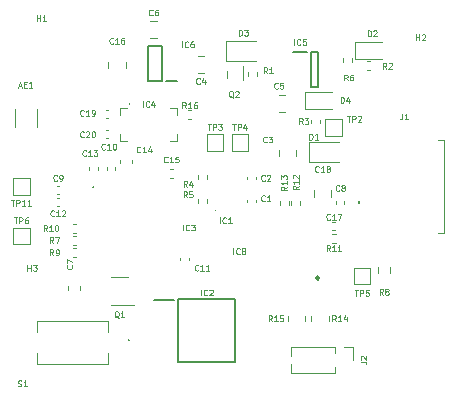
<source format=gbr>
%TF.GenerationSoftware,KiCad,Pcbnew,(6.0.0)*%
%TF.CreationDate,2022-03-24T17:20:39+00:00*%
%TF.ProjectId,Tracer,54726163-6572-42e6-9b69-6361645f7063,B*%
%TF.SameCoordinates,Original*%
%TF.FileFunction,Legend,Top*%
%TF.FilePolarity,Positive*%
%FSLAX46Y46*%
G04 Gerber Fmt 4.6, Leading zero omitted, Abs format (unit mm)*
G04 Created by KiCad (PCBNEW (6.0.0)) date 2022-03-24 17:20:39*
%MOMM*%
%LPD*%
G01*
G04 APERTURE LIST*
%ADD10C,0.035000*%
%ADD11C,0.120000*%
%ADD12C,0.200000*%
%ADD13C,0.027000*%
%ADD14C,0.100000*%
%ADD15C,0.250000*%
G04 APERTURE END LIST*
D10*
%TO.C,C15*%
X142478571Y-94118571D02*
X142454761Y-94142380D01*
X142383333Y-94166190D01*
X142335714Y-94166190D01*
X142264285Y-94142380D01*
X142216666Y-94094761D01*
X142192857Y-94047142D01*
X142169047Y-93951904D01*
X142169047Y-93880476D01*
X142192857Y-93785238D01*
X142216666Y-93737619D01*
X142264285Y-93690000D01*
X142335714Y-93666190D01*
X142383333Y-93666190D01*
X142454761Y-93690000D01*
X142478571Y-93713809D01*
X142954761Y-94166190D02*
X142669047Y-94166190D01*
X142811904Y-94166190D02*
X142811904Y-93666190D01*
X142764285Y-93737619D01*
X142716666Y-93785238D01*
X142669047Y-93809047D01*
X143407142Y-93666190D02*
X143169047Y-93666190D01*
X143145238Y-93904285D01*
X143169047Y-93880476D01*
X143216666Y-93856666D01*
X143335714Y-93856666D01*
X143383333Y-93880476D01*
X143407142Y-93904285D01*
X143430952Y-93951904D01*
X143430952Y-94070952D01*
X143407142Y-94118571D01*
X143383333Y-94142380D01*
X143335714Y-94166190D01*
X143216666Y-94166190D01*
X143169047Y-94142380D01*
X143145238Y-94118571D01*
%TO.C,R10*%
X132278571Y-99976190D02*
X132111904Y-99738095D01*
X131992857Y-99976190D02*
X131992857Y-99476190D01*
X132183333Y-99476190D01*
X132230952Y-99500000D01*
X132254761Y-99523809D01*
X132278571Y-99571428D01*
X132278571Y-99642857D01*
X132254761Y-99690476D01*
X132230952Y-99714285D01*
X132183333Y-99738095D01*
X131992857Y-99738095D01*
X132754761Y-99976190D02*
X132469047Y-99976190D01*
X132611904Y-99976190D02*
X132611904Y-99476190D01*
X132564285Y-99547619D01*
X132516666Y-99595238D01*
X132469047Y-99619047D01*
X133064285Y-99476190D02*
X133111904Y-99476190D01*
X133159523Y-99500000D01*
X133183333Y-99523809D01*
X133207142Y-99571428D01*
X133230952Y-99666666D01*
X133230952Y-99785714D01*
X133207142Y-99880952D01*
X133183333Y-99928571D01*
X133159523Y-99952380D01*
X133111904Y-99976190D01*
X133064285Y-99976190D01*
X133016666Y-99952380D01*
X132992857Y-99928571D01*
X132969047Y-99880952D01*
X132945238Y-99785714D01*
X132945238Y-99666666D01*
X132969047Y-99571428D01*
X132992857Y-99523809D01*
X133016666Y-99500000D01*
X133064285Y-99476190D01*
%TO.C,C1*%
X150716666Y-97398571D02*
X150692857Y-97422380D01*
X150621428Y-97446190D01*
X150573809Y-97446190D01*
X150502380Y-97422380D01*
X150454761Y-97374761D01*
X150430952Y-97327142D01*
X150407142Y-97231904D01*
X150407142Y-97160476D01*
X150430952Y-97065238D01*
X150454761Y-97017619D01*
X150502380Y-96970000D01*
X150573809Y-96946190D01*
X150621428Y-96946190D01*
X150692857Y-96970000D01*
X150716666Y-96993809D01*
X151192857Y-97446190D02*
X150907142Y-97446190D01*
X151050000Y-97446190D02*
X151050000Y-96946190D01*
X151002380Y-97017619D01*
X150954761Y-97065238D01*
X150907142Y-97089047D01*
%TO.C,C16*%
X137873571Y-84078571D02*
X137849761Y-84102380D01*
X137778333Y-84126190D01*
X137730714Y-84126190D01*
X137659285Y-84102380D01*
X137611666Y-84054761D01*
X137587857Y-84007142D01*
X137564047Y-83911904D01*
X137564047Y-83840476D01*
X137587857Y-83745238D01*
X137611666Y-83697619D01*
X137659285Y-83650000D01*
X137730714Y-83626190D01*
X137778333Y-83626190D01*
X137849761Y-83650000D01*
X137873571Y-83673809D01*
X138349761Y-84126190D02*
X138064047Y-84126190D01*
X138206904Y-84126190D02*
X138206904Y-83626190D01*
X138159285Y-83697619D01*
X138111666Y-83745238D01*
X138064047Y-83769047D01*
X138778333Y-83626190D02*
X138683095Y-83626190D01*
X138635476Y-83650000D01*
X138611666Y-83673809D01*
X138564047Y-83745238D01*
X138540238Y-83840476D01*
X138540238Y-84030952D01*
X138564047Y-84078571D01*
X138587857Y-84102380D01*
X138635476Y-84126190D01*
X138730714Y-84126190D01*
X138778333Y-84102380D01*
X138802142Y-84078571D01*
X138825952Y-84030952D01*
X138825952Y-83911904D01*
X138802142Y-83864285D01*
X138778333Y-83840476D01*
X138730714Y-83816666D01*
X138635476Y-83816666D01*
X138587857Y-83840476D01*
X138564047Y-83864285D01*
X138540238Y-83911904D01*
%TO.C,R15*%
X151328571Y-107626190D02*
X151161904Y-107388095D01*
X151042857Y-107626190D02*
X151042857Y-107126190D01*
X151233333Y-107126190D01*
X151280952Y-107150000D01*
X151304761Y-107173809D01*
X151328571Y-107221428D01*
X151328571Y-107292857D01*
X151304761Y-107340476D01*
X151280952Y-107364285D01*
X151233333Y-107388095D01*
X151042857Y-107388095D01*
X151804761Y-107626190D02*
X151519047Y-107626190D01*
X151661904Y-107626190D02*
X151661904Y-107126190D01*
X151614285Y-107197619D01*
X151566666Y-107245238D01*
X151519047Y-107269047D01*
X152257142Y-107126190D02*
X152019047Y-107126190D01*
X151995238Y-107364285D01*
X152019047Y-107340476D01*
X152066666Y-107316666D01*
X152185714Y-107316666D01*
X152233333Y-107340476D01*
X152257142Y-107364285D01*
X152280952Y-107411904D01*
X152280952Y-107530952D01*
X152257142Y-107578571D01*
X152233333Y-107602380D01*
X152185714Y-107626190D01*
X152066666Y-107626190D01*
X152019047Y-107602380D01*
X151995238Y-107578571D01*
%TO.C,C5*%
X151816666Y-87878571D02*
X151792857Y-87902380D01*
X151721428Y-87926190D01*
X151673809Y-87926190D01*
X151602380Y-87902380D01*
X151554761Y-87854761D01*
X151530952Y-87807142D01*
X151507142Y-87711904D01*
X151507142Y-87640476D01*
X151530952Y-87545238D01*
X151554761Y-87497619D01*
X151602380Y-87450000D01*
X151673809Y-87426190D01*
X151721428Y-87426190D01*
X151792857Y-87450000D01*
X151816666Y-87473809D01*
X152269047Y-87426190D02*
X152030952Y-87426190D01*
X152007142Y-87664285D01*
X152030952Y-87640476D01*
X152078571Y-87616666D01*
X152197619Y-87616666D01*
X152245238Y-87640476D01*
X152269047Y-87664285D01*
X152292857Y-87711904D01*
X152292857Y-87830952D01*
X152269047Y-87878571D01*
X152245238Y-87902380D01*
X152197619Y-87926190D01*
X152078571Y-87926190D01*
X152030952Y-87902380D01*
X152007142Y-87878571D01*
%TO.C,D1*%
X154480952Y-92226190D02*
X154480952Y-91726190D01*
X154600000Y-91726190D01*
X154671428Y-91750000D01*
X154719047Y-91797619D01*
X154742857Y-91845238D01*
X154766666Y-91940476D01*
X154766666Y-92011904D01*
X154742857Y-92107142D01*
X154719047Y-92154761D01*
X154671428Y-92202380D01*
X154600000Y-92226190D01*
X154480952Y-92226190D01*
X155242857Y-92226190D02*
X154957142Y-92226190D01*
X155100000Y-92226190D02*
X155100000Y-91726190D01*
X155052380Y-91797619D01*
X155004761Y-91845238D01*
X154957142Y-91869047D01*
%TO.C,Q2*%
X148052380Y-88673809D02*
X148004761Y-88650000D01*
X147957142Y-88602380D01*
X147885714Y-88530952D01*
X147838095Y-88507142D01*
X147790476Y-88507142D01*
X147814285Y-88626190D02*
X147766666Y-88602380D01*
X147719047Y-88554761D01*
X147695238Y-88459523D01*
X147695238Y-88292857D01*
X147719047Y-88197619D01*
X147766666Y-88150000D01*
X147814285Y-88126190D01*
X147909523Y-88126190D01*
X147957142Y-88150000D01*
X148004761Y-88197619D01*
X148028571Y-88292857D01*
X148028571Y-88459523D01*
X148004761Y-88554761D01*
X147957142Y-88602380D01*
X147909523Y-88626190D01*
X147814285Y-88626190D01*
X148219047Y-88173809D02*
X148242857Y-88150000D01*
X148290476Y-88126190D01*
X148409523Y-88126190D01*
X148457142Y-88150000D01*
X148480952Y-88173809D01*
X148504761Y-88221428D01*
X148504761Y-88269047D01*
X148480952Y-88340476D01*
X148195238Y-88626190D01*
X148504761Y-88626190D01*
%TO.C,R7*%
X132816666Y-100976190D02*
X132650000Y-100738095D01*
X132530952Y-100976190D02*
X132530952Y-100476190D01*
X132721428Y-100476190D01*
X132769047Y-100500000D01*
X132792857Y-100523809D01*
X132816666Y-100571428D01*
X132816666Y-100642857D01*
X132792857Y-100690476D01*
X132769047Y-100714285D01*
X132721428Y-100738095D01*
X132530952Y-100738095D01*
X132983333Y-100476190D02*
X133316666Y-100476190D01*
X133102380Y-100976190D01*
%TO.C,C3*%
X150866666Y-92428571D02*
X150842857Y-92452380D01*
X150771428Y-92476190D01*
X150723809Y-92476190D01*
X150652380Y-92452380D01*
X150604761Y-92404761D01*
X150580952Y-92357142D01*
X150557142Y-92261904D01*
X150557142Y-92190476D01*
X150580952Y-92095238D01*
X150604761Y-92047619D01*
X150652380Y-92000000D01*
X150723809Y-91976190D01*
X150771428Y-91976190D01*
X150842857Y-92000000D01*
X150866666Y-92023809D01*
X151033333Y-91976190D02*
X151342857Y-91976190D01*
X151176190Y-92166666D01*
X151247619Y-92166666D01*
X151295238Y-92190476D01*
X151319047Y-92214285D01*
X151342857Y-92261904D01*
X151342857Y-92380952D01*
X151319047Y-92428571D01*
X151295238Y-92452380D01*
X151247619Y-92476190D01*
X151104761Y-92476190D01*
X151057142Y-92452380D01*
X151033333Y-92428571D01*
%TO.C,H3*%
X130619047Y-103326190D02*
X130619047Y-102826190D01*
X130619047Y-103064285D02*
X130904761Y-103064285D01*
X130904761Y-103326190D02*
X130904761Y-102826190D01*
X131095238Y-102826190D02*
X131404761Y-102826190D01*
X131238095Y-103016666D01*
X131309523Y-103016666D01*
X131357142Y-103040476D01*
X131380952Y-103064285D01*
X131404761Y-103111904D01*
X131404761Y-103230952D01*
X131380952Y-103278571D01*
X131357142Y-103302380D01*
X131309523Y-103326190D01*
X131166666Y-103326190D01*
X131119047Y-103302380D01*
X131095238Y-103278571D01*
%TO.C,C6*%
X141211666Y-81678571D02*
X141187857Y-81702380D01*
X141116428Y-81726190D01*
X141068809Y-81726190D01*
X140997380Y-81702380D01*
X140949761Y-81654761D01*
X140925952Y-81607142D01*
X140902142Y-81511904D01*
X140902142Y-81440476D01*
X140925952Y-81345238D01*
X140949761Y-81297619D01*
X140997380Y-81250000D01*
X141068809Y-81226190D01*
X141116428Y-81226190D01*
X141187857Y-81250000D01*
X141211666Y-81273809D01*
X141640238Y-81226190D02*
X141545000Y-81226190D01*
X141497380Y-81250000D01*
X141473571Y-81273809D01*
X141425952Y-81345238D01*
X141402142Y-81440476D01*
X141402142Y-81630952D01*
X141425952Y-81678571D01*
X141449761Y-81702380D01*
X141497380Y-81726190D01*
X141592619Y-81726190D01*
X141640238Y-81702380D01*
X141664047Y-81678571D01*
X141687857Y-81630952D01*
X141687857Y-81511904D01*
X141664047Y-81464285D01*
X141640238Y-81440476D01*
X141592619Y-81416666D01*
X141497380Y-81416666D01*
X141449761Y-81440476D01*
X141425952Y-81464285D01*
X141402142Y-81511904D01*
%TO.C,C14*%
X140178571Y-93278571D02*
X140154761Y-93302380D01*
X140083333Y-93326190D01*
X140035714Y-93326190D01*
X139964285Y-93302380D01*
X139916666Y-93254761D01*
X139892857Y-93207142D01*
X139869047Y-93111904D01*
X139869047Y-93040476D01*
X139892857Y-92945238D01*
X139916666Y-92897619D01*
X139964285Y-92850000D01*
X140035714Y-92826190D01*
X140083333Y-92826190D01*
X140154761Y-92850000D01*
X140178571Y-92873809D01*
X140654761Y-93326190D02*
X140369047Y-93326190D01*
X140511904Y-93326190D02*
X140511904Y-92826190D01*
X140464285Y-92897619D01*
X140416666Y-92945238D01*
X140369047Y-92969047D01*
X141083333Y-92992857D02*
X141083333Y-93326190D01*
X140964285Y-92802380D02*
X140845238Y-93159523D01*
X141154761Y-93159523D01*
%TO.C,IC4*%
X140406904Y-89476190D02*
X140406904Y-88976190D01*
X140930714Y-89428571D02*
X140906904Y-89452380D01*
X140835476Y-89476190D01*
X140787857Y-89476190D01*
X140716428Y-89452380D01*
X140668809Y-89404761D01*
X140645000Y-89357142D01*
X140621190Y-89261904D01*
X140621190Y-89190476D01*
X140645000Y-89095238D01*
X140668809Y-89047619D01*
X140716428Y-89000000D01*
X140787857Y-88976190D01*
X140835476Y-88976190D01*
X140906904Y-89000000D01*
X140930714Y-89023809D01*
X141359285Y-89142857D02*
X141359285Y-89476190D01*
X141240238Y-88952380D02*
X141121190Y-89309523D01*
X141430714Y-89309523D01*
%TO.C,R12*%
X153576190Y-96171428D02*
X153338095Y-96338095D01*
X153576190Y-96457142D02*
X153076190Y-96457142D01*
X153076190Y-96266666D01*
X153100000Y-96219047D01*
X153123809Y-96195238D01*
X153171428Y-96171428D01*
X153242857Y-96171428D01*
X153290476Y-96195238D01*
X153314285Y-96219047D01*
X153338095Y-96266666D01*
X153338095Y-96457142D01*
X153576190Y-95695238D02*
X153576190Y-95980952D01*
X153576190Y-95838095D02*
X153076190Y-95838095D01*
X153147619Y-95885714D01*
X153195238Y-95933333D01*
X153219047Y-95980952D01*
X153123809Y-95504761D02*
X153100000Y-95480952D01*
X153076190Y-95433333D01*
X153076190Y-95314285D01*
X153100000Y-95266666D01*
X153123809Y-95242857D01*
X153171428Y-95219047D01*
X153219047Y-95219047D01*
X153290476Y-95242857D01*
X153576190Y-95528571D01*
X153576190Y-95219047D01*
%TO.C,IC1*%
X146911904Y-99326190D02*
X146911904Y-98826190D01*
X147435714Y-99278571D02*
X147411904Y-99302380D01*
X147340476Y-99326190D01*
X147292857Y-99326190D01*
X147221428Y-99302380D01*
X147173809Y-99254761D01*
X147150000Y-99207142D01*
X147126190Y-99111904D01*
X147126190Y-99040476D01*
X147150000Y-98945238D01*
X147173809Y-98897619D01*
X147221428Y-98850000D01*
X147292857Y-98826190D01*
X147340476Y-98826190D01*
X147411904Y-98850000D01*
X147435714Y-98873809D01*
X147911904Y-99326190D02*
X147626190Y-99326190D01*
X147769047Y-99326190D02*
X147769047Y-98826190D01*
X147721428Y-98897619D01*
X147673809Y-98945238D01*
X147626190Y-98969047D01*
%TO.C,J1*%
X162333333Y-90026190D02*
X162333333Y-90383333D01*
X162309523Y-90454761D01*
X162261904Y-90502380D01*
X162190476Y-90526190D01*
X162142857Y-90526190D01*
X162833333Y-90526190D02*
X162547619Y-90526190D01*
X162690476Y-90526190D02*
X162690476Y-90026190D01*
X162642857Y-90097619D01*
X162595238Y-90145238D01*
X162547619Y-90169047D01*
%TO.C,IC5*%
X153211904Y-84226190D02*
X153211904Y-83726190D01*
X153735714Y-84178571D02*
X153711904Y-84202380D01*
X153640476Y-84226190D01*
X153592857Y-84226190D01*
X153521428Y-84202380D01*
X153473809Y-84154761D01*
X153450000Y-84107142D01*
X153426190Y-84011904D01*
X153426190Y-83940476D01*
X153450000Y-83845238D01*
X153473809Y-83797619D01*
X153521428Y-83750000D01*
X153592857Y-83726190D01*
X153640476Y-83726190D01*
X153711904Y-83750000D01*
X153735714Y-83773809D01*
X154188095Y-83726190D02*
X153950000Y-83726190D01*
X153926190Y-83964285D01*
X153950000Y-83940476D01*
X153997619Y-83916666D01*
X154116666Y-83916666D01*
X154164285Y-83940476D01*
X154188095Y-83964285D01*
X154211904Y-84011904D01*
X154211904Y-84130952D01*
X154188095Y-84178571D01*
X154164285Y-84202380D01*
X154116666Y-84226190D01*
X153997619Y-84226190D01*
X153950000Y-84202380D01*
X153926190Y-84178571D01*
%TO.C,R16*%
X144028571Y-89576190D02*
X143861904Y-89338095D01*
X143742857Y-89576190D02*
X143742857Y-89076190D01*
X143933333Y-89076190D01*
X143980952Y-89100000D01*
X144004761Y-89123809D01*
X144028571Y-89171428D01*
X144028571Y-89242857D01*
X144004761Y-89290476D01*
X143980952Y-89314285D01*
X143933333Y-89338095D01*
X143742857Y-89338095D01*
X144504761Y-89576190D02*
X144219047Y-89576190D01*
X144361904Y-89576190D02*
X144361904Y-89076190D01*
X144314285Y-89147619D01*
X144266666Y-89195238D01*
X144219047Y-89219047D01*
X144933333Y-89076190D02*
X144838095Y-89076190D01*
X144790476Y-89100000D01*
X144766666Y-89123809D01*
X144719047Y-89195238D01*
X144695238Y-89290476D01*
X144695238Y-89480952D01*
X144719047Y-89528571D01*
X144742857Y-89552380D01*
X144790476Y-89576190D01*
X144885714Y-89576190D01*
X144933333Y-89552380D01*
X144957142Y-89528571D01*
X144980952Y-89480952D01*
X144980952Y-89361904D01*
X144957142Y-89314285D01*
X144933333Y-89290476D01*
X144885714Y-89266666D01*
X144790476Y-89266666D01*
X144742857Y-89290476D01*
X144719047Y-89314285D01*
X144695238Y-89361904D01*
%TO.C,R2*%
X161016666Y-86226190D02*
X160850000Y-85988095D01*
X160730952Y-86226190D02*
X160730952Y-85726190D01*
X160921428Y-85726190D01*
X160969047Y-85750000D01*
X160992857Y-85773809D01*
X161016666Y-85821428D01*
X161016666Y-85892857D01*
X160992857Y-85940476D01*
X160969047Y-85964285D01*
X160921428Y-85988095D01*
X160730952Y-85988095D01*
X161207142Y-85773809D02*
X161230952Y-85750000D01*
X161278571Y-85726190D01*
X161397619Y-85726190D01*
X161445238Y-85750000D01*
X161469047Y-85773809D01*
X161492857Y-85821428D01*
X161492857Y-85869047D01*
X161469047Y-85940476D01*
X161183333Y-86226190D01*
X161492857Y-86226190D01*
%TO.C,C10*%
X137178571Y-93028571D02*
X137154761Y-93052380D01*
X137083333Y-93076190D01*
X137035714Y-93076190D01*
X136964285Y-93052380D01*
X136916666Y-93004761D01*
X136892857Y-92957142D01*
X136869047Y-92861904D01*
X136869047Y-92790476D01*
X136892857Y-92695238D01*
X136916666Y-92647619D01*
X136964285Y-92600000D01*
X137035714Y-92576190D01*
X137083333Y-92576190D01*
X137154761Y-92600000D01*
X137178571Y-92623809D01*
X137654761Y-93076190D02*
X137369047Y-93076190D01*
X137511904Y-93076190D02*
X137511904Y-92576190D01*
X137464285Y-92647619D01*
X137416666Y-92695238D01*
X137369047Y-92719047D01*
X137964285Y-92576190D02*
X138011904Y-92576190D01*
X138059523Y-92600000D01*
X138083333Y-92623809D01*
X138107142Y-92671428D01*
X138130952Y-92766666D01*
X138130952Y-92885714D01*
X138107142Y-92980952D01*
X138083333Y-93028571D01*
X138059523Y-93052380D01*
X138011904Y-93076190D01*
X137964285Y-93076190D01*
X137916666Y-93052380D01*
X137892857Y-93028571D01*
X137869047Y-92980952D01*
X137845238Y-92885714D01*
X137845238Y-92766666D01*
X137869047Y-92671428D01*
X137892857Y-92623809D01*
X137916666Y-92600000D01*
X137964285Y-92576190D01*
%TO.C,TP3*%
X145869047Y-90926190D02*
X146154761Y-90926190D01*
X146011904Y-91426190D02*
X146011904Y-90926190D01*
X146321428Y-91426190D02*
X146321428Y-90926190D01*
X146511904Y-90926190D01*
X146559523Y-90950000D01*
X146583333Y-90973809D01*
X146607142Y-91021428D01*
X146607142Y-91092857D01*
X146583333Y-91140476D01*
X146559523Y-91164285D01*
X146511904Y-91188095D01*
X146321428Y-91188095D01*
X146773809Y-90926190D02*
X147083333Y-90926190D01*
X146916666Y-91116666D01*
X146988095Y-91116666D01*
X147035714Y-91140476D01*
X147059523Y-91164285D01*
X147083333Y-91211904D01*
X147083333Y-91330952D01*
X147059523Y-91378571D01*
X147035714Y-91402380D01*
X146988095Y-91426190D01*
X146845238Y-91426190D01*
X146797619Y-91402380D01*
X146773809Y-91378571D01*
%TO.C,C18*%
X155278571Y-94928571D02*
X155254761Y-94952380D01*
X155183333Y-94976190D01*
X155135714Y-94976190D01*
X155064285Y-94952380D01*
X155016666Y-94904761D01*
X154992857Y-94857142D01*
X154969047Y-94761904D01*
X154969047Y-94690476D01*
X154992857Y-94595238D01*
X155016666Y-94547619D01*
X155064285Y-94500000D01*
X155135714Y-94476190D01*
X155183333Y-94476190D01*
X155254761Y-94500000D01*
X155278571Y-94523809D01*
X155754761Y-94976190D02*
X155469047Y-94976190D01*
X155611904Y-94976190D02*
X155611904Y-94476190D01*
X155564285Y-94547619D01*
X155516666Y-94595238D01*
X155469047Y-94619047D01*
X156040476Y-94690476D02*
X155992857Y-94666666D01*
X155969047Y-94642857D01*
X155945238Y-94595238D01*
X155945238Y-94571428D01*
X155969047Y-94523809D01*
X155992857Y-94500000D01*
X156040476Y-94476190D01*
X156135714Y-94476190D01*
X156183333Y-94500000D01*
X156207142Y-94523809D01*
X156230952Y-94571428D01*
X156230952Y-94595238D01*
X156207142Y-94642857D01*
X156183333Y-94666666D01*
X156135714Y-94690476D01*
X156040476Y-94690476D01*
X155992857Y-94714285D01*
X155969047Y-94738095D01*
X155945238Y-94785714D01*
X155945238Y-94880952D01*
X155969047Y-94928571D01*
X155992857Y-94952380D01*
X156040476Y-94976190D01*
X156135714Y-94976190D01*
X156183333Y-94952380D01*
X156207142Y-94928571D01*
X156230952Y-94880952D01*
X156230952Y-94785714D01*
X156207142Y-94738095D01*
X156183333Y-94714285D01*
X156135714Y-94690476D01*
%TO.C,C13*%
X135578571Y-93578571D02*
X135554761Y-93602380D01*
X135483333Y-93626190D01*
X135435714Y-93626190D01*
X135364285Y-93602380D01*
X135316666Y-93554761D01*
X135292857Y-93507142D01*
X135269047Y-93411904D01*
X135269047Y-93340476D01*
X135292857Y-93245238D01*
X135316666Y-93197619D01*
X135364285Y-93150000D01*
X135435714Y-93126190D01*
X135483333Y-93126190D01*
X135554761Y-93150000D01*
X135578571Y-93173809D01*
X136054761Y-93626190D02*
X135769047Y-93626190D01*
X135911904Y-93626190D02*
X135911904Y-93126190D01*
X135864285Y-93197619D01*
X135816666Y-93245238D01*
X135769047Y-93269047D01*
X136221428Y-93126190D02*
X136530952Y-93126190D01*
X136364285Y-93316666D01*
X136435714Y-93316666D01*
X136483333Y-93340476D01*
X136507142Y-93364285D01*
X136530952Y-93411904D01*
X136530952Y-93530952D01*
X136507142Y-93578571D01*
X136483333Y-93602380D01*
X136435714Y-93626190D01*
X136292857Y-93626190D01*
X136245238Y-93602380D01*
X136221428Y-93578571D01*
%TO.C,C20*%
X135378571Y-91978571D02*
X135354761Y-92002380D01*
X135283333Y-92026190D01*
X135235714Y-92026190D01*
X135164285Y-92002380D01*
X135116666Y-91954761D01*
X135092857Y-91907142D01*
X135069047Y-91811904D01*
X135069047Y-91740476D01*
X135092857Y-91645238D01*
X135116666Y-91597619D01*
X135164285Y-91550000D01*
X135235714Y-91526190D01*
X135283333Y-91526190D01*
X135354761Y-91550000D01*
X135378571Y-91573809D01*
X135569047Y-91573809D02*
X135592857Y-91550000D01*
X135640476Y-91526190D01*
X135759523Y-91526190D01*
X135807142Y-91550000D01*
X135830952Y-91573809D01*
X135854761Y-91621428D01*
X135854761Y-91669047D01*
X135830952Y-91740476D01*
X135545238Y-92026190D01*
X135854761Y-92026190D01*
X136164285Y-91526190D02*
X136211904Y-91526190D01*
X136259523Y-91550000D01*
X136283333Y-91573809D01*
X136307142Y-91621428D01*
X136330952Y-91716666D01*
X136330952Y-91835714D01*
X136307142Y-91930952D01*
X136283333Y-91978571D01*
X136259523Y-92002380D01*
X136211904Y-92026190D01*
X136164285Y-92026190D01*
X136116666Y-92002380D01*
X136092857Y-91978571D01*
X136069047Y-91930952D01*
X136045238Y-91835714D01*
X136045238Y-91716666D01*
X136069047Y-91621428D01*
X136092857Y-91573809D01*
X136116666Y-91550000D01*
X136164285Y-91526190D01*
%TO.C,D2*%
X159430952Y-83496190D02*
X159430952Y-82996190D01*
X159550000Y-82996190D01*
X159621428Y-83020000D01*
X159669047Y-83067619D01*
X159692857Y-83115238D01*
X159716666Y-83210476D01*
X159716666Y-83281904D01*
X159692857Y-83377142D01*
X159669047Y-83424761D01*
X159621428Y-83472380D01*
X159550000Y-83496190D01*
X159430952Y-83496190D01*
X159907142Y-83043809D02*
X159930952Y-83020000D01*
X159978571Y-82996190D01*
X160097619Y-82996190D01*
X160145238Y-83020000D01*
X160169047Y-83043809D01*
X160192857Y-83091428D01*
X160192857Y-83139047D01*
X160169047Y-83210476D01*
X159883333Y-83496190D01*
X160192857Y-83496190D01*
%TO.C,J2*%
X158821190Y-111066666D02*
X159178333Y-111066666D01*
X159249761Y-111090476D01*
X159297380Y-111138095D01*
X159321190Y-111209523D01*
X159321190Y-111257142D01*
X158868809Y-110852380D02*
X158845000Y-110828571D01*
X158821190Y-110780952D01*
X158821190Y-110661904D01*
X158845000Y-110614285D01*
X158868809Y-110590476D01*
X158916428Y-110566666D01*
X158964047Y-110566666D01*
X159035476Y-110590476D01*
X159321190Y-110876190D01*
X159321190Y-110566666D01*
%TO.C,R4*%
X144116666Y-96226190D02*
X143950000Y-95988095D01*
X143830952Y-96226190D02*
X143830952Y-95726190D01*
X144021428Y-95726190D01*
X144069047Y-95750000D01*
X144092857Y-95773809D01*
X144116666Y-95821428D01*
X144116666Y-95892857D01*
X144092857Y-95940476D01*
X144069047Y-95964285D01*
X144021428Y-95988095D01*
X143830952Y-95988095D01*
X144545238Y-95892857D02*
X144545238Y-96226190D01*
X144426190Y-95702380D02*
X144307142Y-96059523D01*
X144616666Y-96059523D01*
%TO.C,R6*%
X157716666Y-87226190D02*
X157550000Y-86988095D01*
X157430952Y-87226190D02*
X157430952Y-86726190D01*
X157621428Y-86726190D01*
X157669047Y-86750000D01*
X157692857Y-86773809D01*
X157716666Y-86821428D01*
X157716666Y-86892857D01*
X157692857Y-86940476D01*
X157669047Y-86964285D01*
X157621428Y-86988095D01*
X157430952Y-86988095D01*
X158145238Y-86726190D02*
X158050000Y-86726190D01*
X158002380Y-86750000D01*
X157978571Y-86773809D01*
X157930952Y-86845238D01*
X157907142Y-86940476D01*
X157907142Y-87130952D01*
X157930952Y-87178571D01*
X157954761Y-87202380D01*
X158002380Y-87226190D01*
X158097619Y-87226190D01*
X158145238Y-87202380D01*
X158169047Y-87178571D01*
X158192857Y-87130952D01*
X158192857Y-87011904D01*
X158169047Y-86964285D01*
X158145238Y-86940476D01*
X158097619Y-86916666D01*
X158002380Y-86916666D01*
X157954761Y-86940476D01*
X157930952Y-86964285D01*
X157907142Y-87011904D01*
%TO.C,TP11*%
X129230952Y-97326190D02*
X129516666Y-97326190D01*
X129373809Y-97826190D02*
X129373809Y-97326190D01*
X129683333Y-97826190D02*
X129683333Y-97326190D01*
X129873809Y-97326190D01*
X129921428Y-97350000D01*
X129945238Y-97373809D01*
X129969047Y-97421428D01*
X129969047Y-97492857D01*
X129945238Y-97540476D01*
X129921428Y-97564285D01*
X129873809Y-97588095D01*
X129683333Y-97588095D01*
X130445238Y-97826190D02*
X130159523Y-97826190D01*
X130302380Y-97826190D02*
X130302380Y-97326190D01*
X130254761Y-97397619D01*
X130207142Y-97445238D01*
X130159523Y-97469047D01*
X130921428Y-97826190D02*
X130635714Y-97826190D01*
X130778571Y-97826190D02*
X130778571Y-97326190D01*
X130730952Y-97397619D01*
X130683333Y-97445238D01*
X130635714Y-97469047D01*
%TO.C,TP6*%
X129469047Y-98826190D02*
X129754761Y-98826190D01*
X129611904Y-99326190D02*
X129611904Y-98826190D01*
X129921428Y-99326190D02*
X129921428Y-98826190D01*
X130111904Y-98826190D01*
X130159523Y-98850000D01*
X130183333Y-98873809D01*
X130207142Y-98921428D01*
X130207142Y-98992857D01*
X130183333Y-99040476D01*
X130159523Y-99064285D01*
X130111904Y-99088095D01*
X129921428Y-99088095D01*
X130635714Y-98826190D02*
X130540476Y-98826190D01*
X130492857Y-98850000D01*
X130469047Y-98873809D01*
X130421428Y-98945238D01*
X130397619Y-99040476D01*
X130397619Y-99230952D01*
X130421428Y-99278571D01*
X130445238Y-99302380D01*
X130492857Y-99326190D01*
X130588095Y-99326190D01*
X130635714Y-99302380D01*
X130659523Y-99278571D01*
X130683333Y-99230952D01*
X130683333Y-99111904D01*
X130659523Y-99064285D01*
X130635714Y-99040476D01*
X130588095Y-99016666D01*
X130492857Y-99016666D01*
X130445238Y-99040476D01*
X130421428Y-99064285D01*
X130397619Y-99111904D01*
%TO.C,H2*%
X163519047Y-83826190D02*
X163519047Y-83326190D01*
X163519047Y-83564285D02*
X163804761Y-83564285D01*
X163804761Y-83826190D02*
X163804761Y-83326190D01*
X164019047Y-83373809D02*
X164042857Y-83350000D01*
X164090476Y-83326190D01*
X164209523Y-83326190D01*
X164257142Y-83350000D01*
X164280952Y-83373809D01*
X164304761Y-83421428D01*
X164304761Y-83469047D01*
X164280952Y-83540476D01*
X163995238Y-83826190D01*
X164304761Y-83826190D01*
%TO.C,R3*%
X153916666Y-90926190D02*
X153750000Y-90688095D01*
X153630952Y-90926190D02*
X153630952Y-90426190D01*
X153821428Y-90426190D01*
X153869047Y-90450000D01*
X153892857Y-90473809D01*
X153916666Y-90521428D01*
X153916666Y-90592857D01*
X153892857Y-90640476D01*
X153869047Y-90664285D01*
X153821428Y-90688095D01*
X153630952Y-90688095D01*
X154083333Y-90426190D02*
X154392857Y-90426190D01*
X154226190Y-90616666D01*
X154297619Y-90616666D01*
X154345238Y-90640476D01*
X154369047Y-90664285D01*
X154392857Y-90711904D01*
X154392857Y-90830952D01*
X154369047Y-90878571D01*
X154345238Y-90902380D01*
X154297619Y-90926190D01*
X154154761Y-90926190D01*
X154107142Y-90902380D01*
X154083333Y-90878571D01*
%TO.C,C2*%
X150716666Y-95678571D02*
X150692857Y-95702380D01*
X150621428Y-95726190D01*
X150573809Y-95726190D01*
X150502380Y-95702380D01*
X150454761Y-95654761D01*
X150430952Y-95607142D01*
X150407142Y-95511904D01*
X150407142Y-95440476D01*
X150430952Y-95345238D01*
X150454761Y-95297619D01*
X150502380Y-95250000D01*
X150573809Y-95226190D01*
X150621428Y-95226190D01*
X150692857Y-95250000D01*
X150716666Y-95273809D01*
X150907142Y-95273809D02*
X150930952Y-95250000D01*
X150978571Y-95226190D01*
X151097619Y-95226190D01*
X151145238Y-95250000D01*
X151169047Y-95273809D01*
X151192857Y-95321428D01*
X151192857Y-95369047D01*
X151169047Y-95440476D01*
X150883333Y-95726190D01*
X151192857Y-95726190D01*
%TO.C,R11*%
X156228571Y-101676190D02*
X156061904Y-101438095D01*
X155942857Y-101676190D02*
X155942857Y-101176190D01*
X156133333Y-101176190D01*
X156180952Y-101200000D01*
X156204761Y-101223809D01*
X156228571Y-101271428D01*
X156228571Y-101342857D01*
X156204761Y-101390476D01*
X156180952Y-101414285D01*
X156133333Y-101438095D01*
X155942857Y-101438095D01*
X156704761Y-101676190D02*
X156419047Y-101676190D01*
X156561904Y-101676190D02*
X156561904Y-101176190D01*
X156514285Y-101247619D01*
X156466666Y-101295238D01*
X156419047Y-101319047D01*
X157180952Y-101676190D02*
X156895238Y-101676190D01*
X157038095Y-101676190D02*
X157038095Y-101176190D01*
X156990476Y-101247619D01*
X156942857Y-101295238D01*
X156895238Y-101319047D01*
%TO.C,S1*%
X129819047Y-113102380D02*
X129890476Y-113126190D01*
X130009523Y-113126190D01*
X130057142Y-113102380D01*
X130080952Y-113078571D01*
X130104761Y-113030952D01*
X130104761Y-112983333D01*
X130080952Y-112935714D01*
X130057142Y-112911904D01*
X130009523Y-112888095D01*
X129914285Y-112864285D01*
X129866666Y-112840476D01*
X129842857Y-112816666D01*
X129819047Y-112769047D01*
X129819047Y-112721428D01*
X129842857Y-112673809D01*
X129866666Y-112650000D01*
X129914285Y-112626190D01*
X130033333Y-112626190D01*
X130104761Y-112650000D01*
X130580952Y-113126190D02*
X130295238Y-113126190D01*
X130438095Y-113126190D02*
X130438095Y-112626190D01*
X130390476Y-112697619D01*
X130342857Y-112745238D01*
X130295238Y-112769047D01*
%TO.C,D4*%
X157130952Y-89126190D02*
X157130952Y-88626190D01*
X157250000Y-88626190D01*
X157321428Y-88650000D01*
X157369047Y-88697619D01*
X157392857Y-88745238D01*
X157416666Y-88840476D01*
X157416666Y-88911904D01*
X157392857Y-89007142D01*
X157369047Y-89054761D01*
X157321428Y-89102380D01*
X157250000Y-89126190D01*
X157130952Y-89126190D01*
X157845238Y-88792857D02*
X157845238Y-89126190D01*
X157726190Y-88602380D02*
X157607142Y-88959523D01*
X157916666Y-88959523D01*
%TO.C,D3*%
X148530952Y-83426190D02*
X148530952Y-82926190D01*
X148650000Y-82926190D01*
X148721428Y-82950000D01*
X148769047Y-82997619D01*
X148792857Y-83045238D01*
X148816666Y-83140476D01*
X148816666Y-83211904D01*
X148792857Y-83307142D01*
X148769047Y-83354761D01*
X148721428Y-83402380D01*
X148650000Y-83426190D01*
X148530952Y-83426190D01*
X148983333Y-82926190D02*
X149292857Y-82926190D01*
X149126190Y-83116666D01*
X149197619Y-83116666D01*
X149245238Y-83140476D01*
X149269047Y-83164285D01*
X149292857Y-83211904D01*
X149292857Y-83330952D01*
X149269047Y-83378571D01*
X149245238Y-83402380D01*
X149197619Y-83426190D01*
X149054761Y-83426190D01*
X149007142Y-83402380D01*
X148983333Y-83378571D01*
%TO.C,R1*%
X150916666Y-86626190D02*
X150750000Y-86388095D01*
X150630952Y-86626190D02*
X150630952Y-86126190D01*
X150821428Y-86126190D01*
X150869047Y-86150000D01*
X150892857Y-86173809D01*
X150916666Y-86221428D01*
X150916666Y-86292857D01*
X150892857Y-86340476D01*
X150869047Y-86364285D01*
X150821428Y-86388095D01*
X150630952Y-86388095D01*
X151392857Y-86626190D02*
X151107142Y-86626190D01*
X151250000Y-86626190D02*
X151250000Y-86126190D01*
X151202380Y-86197619D01*
X151154761Y-86245238D01*
X151107142Y-86269047D01*
%TO.C,C19*%
X135378571Y-90178571D02*
X135354761Y-90202380D01*
X135283333Y-90226190D01*
X135235714Y-90226190D01*
X135164285Y-90202380D01*
X135116666Y-90154761D01*
X135092857Y-90107142D01*
X135069047Y-90011904D01*
X135069047Y-89940476D01*
X135092857Y-89845238D01*
X135116666Y-89797619D01*
X135164285Y-89750000D01*
X135235714Y-89726190D01*
X135283333Y-89726190D01*
X135354761Y-89750000D01*
X135378571Y-89773809D01*
X135854761Y-90226190D02*
X135569047Y-90226190D01*
X135711904Y-90226190D02*
X135711904Y-89726190D01*
X135664285Y-89797619D01*
X135616666Y-89845238D01*
X135569047Y-89869047D01*
X136092857Y-90226190D02*
X136188095Y-90226190D01*
X136235714Y-90202380D01*
X136259523Y-90178571D01*
X136307142Y-90107142D01*
X136330952Y-90011904D01*
X136330952Y-89821428D01*
X136307142Y-89773809D01*
X136283333Y-89750000D01*
X136235714Y-89726190D01*
X136140476Y-89726190D01*
X136092857Y-89750000D01*
X136069047Y-89773809D01*
X136045238Y-89821428D01*
X136045238Y-89940476D01*
X136069047Y-89988095D01*
X136092857Y-90011904D01*
X136140476Y-90035714D01*
X136235714Y-90035714D01*
X136283333Y-90011904D01*
X136307142Y-89988095D01*
X136330952Y-89940476D01*
%TO.C,IC8*%
X148061904Y-101926190D02*
X148061904Y-101426190D01*
X148585714Y-101878571D02*
X148561904Y-101902380D01*
X148490476Y-101926190D01*
X148442857Y-101926190D01*
X148371428Y-101902380D01*
X148323809Y-101854761D01*
X148300000Y-101807142D01*
X148276190Y-101711904D01*
X148276190Y-101640476D01*
X148300000Y-101545238D01*
X148323809Y-101497619D01*
X148371428Y-101450000D01*
X148442857Y-101426190D01*
X148490476Y-101426190D01*
X148561904Y-101450000D01*
X148585714Y-101473809D01*
X148871428Y-101640476D02*
X148823809Y-101616666D01*
X148800000Y-101592857D01*
X148776190Y-101545238D01*
X148776190Y-101521428D01*
X148800000Y-101473809D01*
X148823809Y-101450000D01*
X148871428Y-101426190D01*
X148966666Y-101426190D01*
X149014285Y-101450000D01*
X149038095Y-101473809D01*
X149061904Y-101521428D01*
X149061904Y-101545238D01*
X149038095Y-101592857D01*
X149014285Y-101616666D01*
X148966666Y-101640476D01*
X148871428Y-101640476D01*
X148823809Y-101664285D01*
X148800000Y-101688095D01*
X148776190Y-101735714D01*
X148776190Y-101830952D01*
X148800000Y-101878571D01*
X148823809Y-101902380D01*
X148871428Y-101926190D01*
X148966666Y-101926190D01*
X149014285Y-101902380D01*
X149038095Y-101878571D01*
X149061904Y-101830952D01*
X149061904Y-101735714D01*
X149038095Y-101688095D01*
X149014285Y-101664285D01*
X148966666Y-101640476D01*
%TO.C,C12*%
X132878571Y-98678571D02*
X132854761Y-98702380D01*
X132783333Y-98726190D01*
X132735714Y-98726190D01*
X132664285Y-98702380D01*
X132616666Y-98654761D01*
X132592857Y-98607142D01*
X132569047Y-98511904D01*
X132569047Y-98440476D01*
X132592857Y-98345238D01*
X132616666Y-98297619D01*
X132664285Y-98250000D01*
X132735714Y-98226190D01*
X132783333Y-98226190D01*
X132854761Y-98250000D01*
X132878571Y-98273809D01*
X133354761Y-98726190D02*
X133069047Y-98726190D01*
X133211904Y-98726190D02*
X133211904Y-98226190D01*
X133164285Y-98297619D01*
X133116666Y-98345238D01*
X133069047Y-98369047D01*
X133545238Y-98273809D02*
X133569047Y-98250000D01*
X133616666Y-98226190D01*
X133735714Y-98226190D01*
X133783333Y-98250000D01*
X133807142Y-98273809D01*
X133830952Y-98321428D01*
X133830952Y-98369047D01*
X133807142Y-98440476D01*
X133521428Y-98726190D01*
X133830952Y-98726190D01*
%TO.C,H1*%
X131419047Y-82226190D02*
X131419047Y-81726190D01*
X131419047Y-81964285D02*
X131704761Y-81964285D01*
X131704761Y-82226190D02*
X131704761Y-81726190D01*
X132204761Y-82226190D02*
X131919047Y-82226190D01*
X132061904Y-82226190D02*
X132061904Y-81726190D01*
X132014285Y-81797619D01*
X131966666Y-81845238D01*
X131919047Y-81869047D01*
%TO.C,AE1*%
X129866666Y-87683333D02*
X130104761Y-87683333D01*
X129819047Y-87826190D02*
X129985714Y-87326190D01*
X130152380Y-87826190D01*
X130319047Y-87564285D02*
X130485714Y-87564285D01*
X130557142Y-87826190D02*
X130319047Y-87826190D01*
X130319047Y-87326190D01*
X130557142Y-87326190D01*
X131033333Y-87826190D02*
X130747619Y-87826190D01*
X130890476Y-87826190D02*
X130890476Y-87326190D01*
X130842857Y-87397619D01*
X130795238Y-87445238D01*
X130747619Y-87469047D01*
%TO.C,R9*%
X132816666Y-102026190D02*
X132650000Y-101788095D01*
X132530952Y-102026190D02*
X132530952Y-101526190D01*
X132721428Y-101526190D01*
X132769047Y-101550000D01*
X132792857Y-101573809D01*
X132816666Y-101621428D01*
X132816666Y-101692857D01*
X132792857Y-101740476D01*
X132769047Y-101764285D01*
X132721428Y-101788095D01*
X132530952Y-101788095D01*
X133054761Y-102026190D02*
X133150000Y-102026190D01*
X133197619Y-102002380D01*
X133221428Y-101978571D01*
X133269047Y-101907142D01*
X133292857Y-101811904D01*
X133292857Y-101621428D01*
X133269047Y-101573809D01*
X133245238Y-101550000D01*
X133197619Y-101526190D01*
X133102380Y-101526190D01*
X133054761Y-101550000D01*
X133030952Y-101573809D01*
X133007142Y-101621428D01*
X133007142Y-101740476D01*
X133030952Y-101788095D01*
X133054761Y-101811904D01*
X133102380Y-101835714D01*
X133197619Y-101835714D01*
X133245238Y-101811904D01*
X133269047Y-101788095D01*
X133292857Y-101740476D01*
%TO.C,Q1*%
X138352380Y-107323809D02*
X138304761Y-107300000D01*
X138257142Y-107252380D01*
X138185714Y-107180952D01*
X138138095Y-107157142D01*
X138090476Y-107157142D01*
X138114285Y-107276190D02*
X138066666Y-107252380D01*
X138019047Y-107204761D01*
X137995238Y-107109523D01*
X137995238Y-106942857D01*
X138019047Y-106847619D01*
X138066666Y-106800000D01*
X138114285Y-106776190D01*
X138209523Y-106776190D01*
X138257142Y-106800000D01*
X138304761Y-106847619D01*
X138328571Y-106942857D01*
X138328571Y-107109523D01*
X138304761Y-107204761D01*
X138257142Y-107252380D01*
X138209523Y-107276190D01*
X138114285Y-107276190D01*
X138804761Y-107276190D02*
X138519047Y-107276190D01*
X138661904Y-107276190D02*
X138661904Y-106776190D01*
X138614285Y-106847619D01*
X138566666Y-106895238D01*
X138519047Y-106919047D01*
%TO.C,IC3*%
X143811904Y-99926190D02*
X143811904Y-99426190D01*
X144335714Y-99878571D02*
X144311904Y-99902380D01*
X144240476Y-99926190D01*
X144192857Y-99926190D01*
X144121428Y-99902380D01*
X144073809Y-99854761D01*
X144050000Y-99807142D01*
X144026190Y-99711904D01*
X144026190Y-99640476D01*
X144050000Y-99545238D01*
X144073809Y-99497619D01*
X144121428Y-99450000D01*
X144192857Y-99426190D01*
X144240476Y-99426190D01*
X144311904Y-99450000D01*
X144335714Y-99473809D01*
X144502380Y-99426190D02*
X144811904Y-99426190D01*
X144645238Y-99616666D01*
X144716666Y-99616666D01*
X144764285Y-99640476D01*
X144788095Y-99664285D01*
X144811904Y-99711904D01*
X144811904Y-99830952D01*
X144788095Y-99878571D01*
X144764285Y-99902380D01*
X144716666Y-99926190D01*
X144573809Y-99926190D01*
X144526190Y-99902380D01*
X144502380Y-99878571D01*
%TO.C,C17*%
X156228571Y-98978571D02*
X156204761Y-99002380D01*
X156133333Y-99026190D01*
X156085714Y-99026190D01*
X156014285Y-99002380D01*
X155966666Y-98954761D01*
X155942857Y-98907142D01*
X155919047Y-98811904D01*
X155919047Y-98740476D01*
X155942857Y-98645238D01*
X155966666Y-98597619D01*
X156014285Y-98550000D01*
X156085714Y-98526190D01*
X156133333Y-98526190D01*
X156204761Y-98550000D01*
X156228571Y-98573809D01*
X156704761Y-99026190D02*
X156419047Y-99026190D01*
X156561904Y-99026190D02*
X156561904Y-98526190D01*
X156514285Y-98597619D01*
X156466666Y-98645238D01*
X156419047Y-98669047D01*
X156871428Y-98526190D02*
X157204761Y-98526190D01*
X156990476Y-99026190D01*
%TO.C,TP5*%
X158319047Y-104974190D02*
X158604761Y-104974190D01*
X158461904Y-105474190D02*
X158461904Y-104974190D01*
X158771428Y-105474190D02*
X158771428Y-104974190D01*
X158961904Y-104974190D01*
X159009523Y-104998000D01*
X159033333Y-105021809D01*
X159057142Y-105069428D01*
X159057142Y-105140857D01*
X159033333Y-105188476D01*
X159009523Y-105212285D01*
X158961904Y-105236095D01*
X158771428Y-105236095D01*
X159509523Y-104974190D02*
X159271428Y-104974190D01*
X159247619Y-105212285D01*
X159271428Y-105188476D01*
X159319047Y-105164666D01*
X159438095Y-105164666D01*
X159485714Y-105188476D01*
X159509523Y-105212285D01*
X159533333Y-105259904D01*
X159533333Y-105378952D01*
X159509523Y-105426571D01*
X159485714Y-105450380D01*
X159438095Y-105474190D01*
X159319047Y-105474190D01*
X159271428Y-105450380D01*
X159247619Y-105426571D01*
%TO.C,C7*%
X134378571Y-102883333D02*
X134402380Y-102907142D01*
X134426190Y-102978571D01*
X134426190Y-103026190D01*
X134402380Y-103097619D01*
X134354761Y-103145238D01*
X134307142Y-103169047D01*
X134211904Y-103192857D01*
X134140476Y-103192857D01*
X134045238Y-103169047D01*
X133997619Y-103145238D01*
X133950000Y-103097619D01*
X133926190Y-103026190D01*
X133926190Y-102978571D01*
X133950000Y-102907142D01*
X133973809Y-102883333D01*
X133926190Y-102716666D02*
X133926190Y-102383333D01*
X134426190Y-102597619D01*
%TO.C,R5*%
X144116666Y-97126190D02*
X143950000Y-96888095D01*
X143830952Y-97126190D02*
X143830952Y-96626190D01*
X144021428Y-96626190D01*
X144069047Y-96650000D01*
X144092857Y-96673809D01*
X144116666Y-96721428D01*
X144116666Y-96792857D01*
X144092857Y-96840476D01*
X144069047Y-96864285D01*
X144021428Y-96888095D01*
X143830952Y-96888095D01*
X144569047Y-96626190D02*
X144330952Y-96626190D01*
X144307142Y-96864285D01*
X144330952Y-96840476D01*
X144378571Y-96816666D01*
X144497619Y-96816666D01*
X144545238Y-96840476D01*
X144569047Y-96864285D01*
X144592857Y-96911904D01*
X144592857Y-97030952D01*
X144569047Y-97078571D01*
X144545238Y-97102380D01*
X144497619Y-97126190D01*
X144378571Y-97126190D01*
X144330952Y-97102380D01*
X144307142Y-97078571D01*
%TO.C,C8*%
X157016666Y-96528571D02*
X156992857Y-96552380D01*
X156921428Y-96576190D01*
X156873809Y-96576190D01*
X156802380Y-96552380D01*
X156754761Y-96504761D01*
X156730952Y-96457142D01*
X156707142Y-96361904D01*
X156707142Y-96290476D01*
X156730952Y-96195238D01*
X156754761Y-96147619D01*
X156802380Y-96100000D01*
X156873809Y-96076190D01*
X156921428Y-96076190D01*
X156992857Y-96100000D01*
X157016666Y-96123809D01*
X157302380Y-96290476D02*
X157254761Y-96266666D01*
X157230952Y-96242857D01*
X157207142Y-96195238D01*
X157207142Y-96171428D01*
X157230952Y-96123809D01*
X157254761Y-96100000D01*
X157302380Y-96076190D01*
X157397619Y-96076190D01*
X157445238Y-96100000D01*
X157469047Y-96123809D01*
X157492857Y-96171428D01*
X157492857Y-96195238D01*
X157469047Y-96242857D01*
X157445238Y-96266666D01*
X157397619Y-96290476D01*
X157302380Y-96290476D01*
X157254761Y-96314285D01*
X157230952Y-96338095D01*
X157207142Y-96385714D01*
X157207142Y-96480952D01*
X157230952Y-96528571D01*
X157254761Y-96552380D01*
X157302380Y-96576190D01*
X157397619Y-96576190D01*
X157445238Y-96552380D01*
X157469047Y-96528571D01*
X157492857Y-96480952D01*
X157492857Y-96385714D01*
X157469047Y-96338095D01*
X157445238Y-96314285D01*
X157397619Y-96290476D01*
%TO.C,TP4*%
X147969047Y-90926190D02*
X148254761Y-90926190D01*
X148111904Y-91426190D02*
X148111904Y-90926190D01*
X148421428Y-91426190D02*
X148421428Y-90926190D01*
X148611904Y-90926190D01*
X148659523Y-90950000D01*
X148683333Y-90973809D01*
X148707142Y-91021428D01*
X148707142Y-91092857D01*
X148683333Y-91140476D01*
X148659523Y-91164285D01*
X148611904Y-91188095D01*
X148421428Y-91188095D01*
X149135714Y-91092857D02*
X149135714Y-91426190D01*
X149016666Y-90902380D02*
X148897619Y-91259523D01*
X149207142Y-91259523D01*
%TO.C,C4*%
X145211666Y-87478571D02*
X145187857Y-87502380D01*
X145116428Y-87526190D01*
X145068809Y-87526190D01*
X144997380Y-87502380D01*
X144949761Y-87454761D01*
X144925952Y-87407142D01*
X144902142Y-87311904D01*
X144902142Y-87240476D01*
X144925952Y-87145238D01*
X144949761Y-87097619D01*
X144997380Y-87050000D01*
X145068809Y-87026190D01*
X145116428Y-87026190D01*
X145187857Y-87050000D01*
X145211666Y-87073809D01*
X145640238Y-87192857D02*
X145640238Y-87526190D01*
X145521190Y-87002380D02*
X145402142Y-87359523D01*
X145711666Y-87359523D01*
%TO.C,R8*%
X160716666Y-105376190D02*
X160550000Y-105138095D01*
X160430952Y-105376190D02*
X160430952Y-104876190D01*
X160621428Y-104876190D01*
X160669047Y-104900000D01*
X160692857Y-104923809D01*
X160716666Y-104971428D01*
X160716666Y-105042857D01*
X160692857Y-105090476D01*
X160669047Y-105114285D01*
X160621428Y-105138095D01*
X160430952Y-105138095D01*
X161002380Y-105090476D02*
X160954761Y-105066666D01*
X160930952Y-105042857D01*
X160907142Y-104995238D01*
X160907142Y-104971428D01*
X160930952Y-104923809D01*
X160954761Y-104900000D01*
X161002380Y-104876190D01*
X161097619Y-104876190D01*
X161145238Y-104900000D01*
X161169047Y-104923809D01*
X161192857Y-104971428D01*
X161192857Y-104995238D01*
X161169047Y-105042857D01*
X161145238Y-105066666D01*
X161097619Y-105090476D01*
X161002380Y-105090476D01*
X160954761Y-105114285D01*
X160930952Y-105138095D01*
X160907142Y-105185714D01*
X160907142Y-105280952D01*
X160930952Y-105328571D01*
X160954761Y-105352380D01*
X161002380Y-105376190D01*
X161097619Y-105376190D01*
X161145238Y-105352380D01*
X161169047Y-105328571D01*
X161192857Y-105280952D01*
X161192857Y-105185714D01*
X161169047Y-105138095D01*
X161145238Y-105114285D01*
X161097619Y-105090476D01*
%TO.C,IC6*%
X143706904Y-84426190D02*
X143706904Y-83926190D01*
X144230714Y-84378571D02*
X144206904Y-84402380D01*
X144135476Y-84426190D01*
X144087857Y-84426190D01*
X144016428Y-84402380D01*
X143968809Y-84354761D01*
X143945000Y-84307142D01*
X143921190Y-84211904D01*
X143921190Y-84140476D01*
X143945000Y-84045238D01*
X143968809Y-83997619D01*
X144016428Y-83950000D01*
X144087857Y-83926190D01*
X144135476Y-83926190D01*
X144206904Y-83950000D01*
X144230714Y-83973809D01*
X144659285Y-83926190D02*
X144564047Y-83926190D01*
X144516428Y-83950000D01*
X144492619Y-83973809D01*
X144445000Y-84045238D01*
X144421190Y-84140476D01*
X144421190Y-84330952D01*
X144445000Y-84378571D01*
X144468809Y-84402380D01*
X144516428Y-84426190D01*
X144611666Y-84426190D01*
X144659285Y-84402380D01*
X144683095Y-84378571D01*
X144706904Y-84330952D01*
X144706904Y-84211904D01*
X144683095Y-84164285D01*
X144659285Y-84140476D01*
X144611666Y-84116666D01*
X144516428Y-84116666D01*
X144468809Y-84140476D01*
X144445000Y-84164285D01*
X144421190Y-84211904D01*
%TO.C,R13*%
X152576190Y-96221428D02*
X152338095Y-96388095D01*
X152576190Y-96507142D02*
X152076190Y-96507142D01*
X152076190Y-96316666D01*
X152100000Y-96269047D01*
X152123809Y-96245238D01*
X152171428Y-96221428D01*
X152242857Y-96221428D01*
X152290476Y-96245238D01*
X152314285Y-96269047D01*
X152338095Y-96316666D01*
X152338095Y-96507142D01*
X152576190Y-95745238D02*
X152576190Y-96030952D01*
X152576190Y-95888095D02*
X152076190Y-95888095D01*
X152147619Y-95935714D01*
X152195238Y-95983333D01*
X152219047Y-96030952D01*
X152076190Y-95578571D02*
X152076190Y-95269047D01*
X152266666Y-95435714D01*
X152266666Y-95364285D01*
X152290476Y-95316666D01*
X152314285Y-95292857D01*
X152361904Y-95269047D01*
X152480952Y-95269047D01*
X152528571Y-95292857D01*
X152552380Y-95316666D01*
X152576190Y-95364285D01*
X152576190Y-95507142D01*
X152552380Y-95554761D01*
X152528571Y-95578571D01*
%TO.C,IC2*%
X145311904Y-105426190D02*
X145311904Y-104926190D01*
X145835714Y-105378571D02*
X145811904Y-105402380D01*
X145740476Y-105426190D01*
X145692857Y-105426190D01*
X145621428Y-105402380D01*
X145573809Y-105354761D01*
X145550000Y-105307142D01*
X145526190Y-105211904D01*
X145526190Y-105140476D01*
X145550000Y-105045238D01*
X145573809Y-104997619D01*
X145621428Y-104950000D01*
X145692857Y-104926190D01*
X145740476Y-104926190D01*
X145811904Y-104950000D01*
X145835714Y-104973809D01*
X146026190Y-104973809D02*
X146050000Y-104950000D01*
X146097619Y-104926190D01*
X146216666Y-104926190D01*
X146264285Y-104950000D01*
X146288095Y-104973809D01*
X146311904Y-105021428D01*
X146311904Y-105069047D01*
X146288095Y-105140476D01*
X146002380Y-105426190D01*
X146311904Y-105426190D01*
%TO.C,TP2*%
X157669047Y-90226190D02*
X157954761Y-90226190D01*
X157811904Y-90726190D02*
X157811904Y-90226190D01*
X158121428Y-90726190D02*
X158121428Y-90226190D01*
X158311904Y-90226190D01*
X158359523Y-90250000D01*
X158383333Y-90273809D01*
X158407142Y-90321428D01*
X158407142Y-90392857D01*
X158383333Y-90440476D01*
X158359523Y-90464285D01*
X158311904Y-90488095D01*
X158121428Y-90488095D01*
X158597619Y-90273809D02*
X158621428Y-90250000D01*
X158669047Y-90226190D01*
X158788095Y-90226190D01*
X158835714Y-90250000D01*
X158859523Y-90273809D01*
X158883333Y-90321428D01*
X158883333Y-90369047D01*
X158859523Y-90440476D01*
X158573809Y-90726190D01*
X158883333Y-90726190D01*
%TO.C,C11*%
X145078571Y-103278571D02*
X145054761Y-103302380D01*
X144983333Y-103326190D01*
X144935714Y-103326190D01*
X144864285Y-103302380D01*
X144816666Y-103254761D01*
X144792857Y-103207142D01*
X144769047Y-103111904D01*
X144769047Y-103040476D01*
X144792857Y-102945238D01*
X144816666Y-102897619D01*
X144864285Y-102850000D01*
X144935714Y-102826190D01*
X144983333Y-102826190D01*
X145054761Y-102850000D01*
X145078571Y-102873809D01*
X145554761Y-103326190D02*
X145269047Y-103326190D01*
X145411904Y-103326190D02*
X145411904Y-102826190D01*
X145364285Y-102897619D01*
X145316666Y-102945238D01*
X145269047Y-102969047D01*
X146030952Y-103326190D02*
X145745238Y-103326190D01*
X145888095Y-103326190D02*
X145888095Y-102826190D01*
X145840476Y-102897619D01*
X145792857Y-102945238D01*
X145745238Y-102969047D01*
%TO.C,C9*%
X133116666Y-95678571D02*
X133092857Y-95702380D01*
X133021428Y-95726190D01*
X132973809Y-95726190D01*
X132902380Y-95702380D01*
X132854761Y-95654761D01*
X132830952Y-95607142D01*
X132807142Y-95511904D01*
X132807142Y-95440476D01*
X132830952Y-95345238D01*
X132854761Y-95297619D01*
X132902380Y-95250000D01*
X132973809Y-95226190D01*
X133021428Y-95226190D01*
X133092857Y-95250000D01*
X133116666Y-95273809D01*
X133354761Y-95726190D02*
X133450000Y-95726190D01*
X133497619Y-95702380D01*
X133521428Y-95678571D01*
X133569047Y-95607142D01*
X133592857Y-95511904D01*
X133592857Y-95321428D01*
X133569047Y-95273809D01*
X133545238Y-95250000D01*
X133497619Y-95226190D01*
X133402380Y-95226190D01*
X133354761Y-95250000D01*
X133330952Y-95273809D01*
X133307142Y-95321428D01*
X133307142Y-95440476D01*
X133330952Y-95488095D01*
X133354761Y-95511904D01*
X133402380Y-95535714D01*
X133497619Y-95535714D01*
X133545238Y-95511904D01*
X133569047Y-95488095D01*
X133592857Y-95440476D01*
%TO.C,R14*%
X156728571Y-107626190D02*
X156561904Y-107388095D01*
X156442857Y-107626190D02*
X156442857Y-107126190D01*
X156633333Y-107126190D01*
X156680952Y-107150000D01*
X156704761Y-107173809D01*
X156728571Y-107221428D01*
X156728571Y-107292857D01*
X156704761Y-107340476D01*
X156680952Y-107364285D01*
X156633333Y-107388095D01*
X156442857Y-107388095D01*
X157204761Y-107626190D02*
X156919047Y-107626190D01*
X157061904Y-107626190D02*
X157061904Y-107126190D01*
X157014285Y-107197619D01*
X156966666Y-107245238D01*
X156919047Y-107269047D01*
X157633333Y-107292857D02*
X157633333Y-107626190D01*
X157514285Y-107102380D02*
X157395238Y-107459523D01*
X157704761Y-107459523D01*
D11*
%TO.C,C15*%
X142692164Y-95460000D02*
X142907836Y-95460000D01*
X142692164Y-94740000D02*
X142907836Y-94740000D01*
%TO.C,R10*%
X134753641Y-100130000D02*
X134446359Y-100130000D01*
X134753641Y-99370000D02*
X134446359Y-99370000D01*
%TO.C,C1*%
X149960000Y-97527836D02*
X149960000Y-97312164D01*
X149240000Y-97527836D02*
X149240000Y-97312164D01*
%TO.C,C16*%
X138930000Y-86161252D02*
X138930000Y-85638748D01*
X137460000Y-86161252D02*
X137460000Y-85638748D01*
%TO.C,R15*%
X154135000Y-107172936D02*
X154135000Y-107627064D01*
X152665000Y-107172936D02*
X152665000Y-107627064D01*
%TO.C,C5*%
X152466252Y-88465000D02*
X151943748Y-88465000D01*
X152466252Y-89935000D02*
X151943748Y-89935000D01*
%TO.C,D1*%
X154450000Y-94150000D02*
X157000000Y-94150000D01*
X154450000Y-92450000D02*
X157000000Y-92450000D01*
X154450000Y-92450000D02*
X154450000Y-94150000D01*
%TO.C,Q2*%
X147500000Y-87000000D02*
X147500000Y-86400000D01*
X148900000Y-87200000D02*
X148900000Y-86000000D01*
X148900000Y-86000000D02*
X148900000Y-86000000D01*
%TO.C,R7*%
X134446359Y-100370000D02*
X134753641Y-100370000D01*
X134446359Y-101130000D02*
X134753641Y-101130000D01*
%TO.C,C3*%
X151915000Y-93661252D02*
X151915000Y-93138748D01*
X153385000Y-93661252D02*
X153385000Y-93138748D01*
%TO.C,C6*%
X141033748Y-83635000D02*
X141556252Y-83635000D01*
X141033748Y-82165000D02*
X141556252Y-82165000D01*
%TO.C,C14*%
X138490000Y-94240580D02*
X138490000Y-93959420D01*
X139510000Y-94240580D02*
X139510000Y-93959420D01*
%TO.C,IC4*%
X139050000Y-92331885D02*
X138450000Y-92331885D01*
X138450000Y-92331885D02*
X139050000Y-92331885D01*
X143250000Y-92331885D02*
X143250000Y-91731885D01*
X142650000Y-89531885D02*
X143250000Y-89531885D01*
X138450000Y-89531885D02*
X138450000Y-90131885D01*
X143250000Y-92331885D02*
X142650000Y-92331885D01*
X138450000Y-89531885D02*
X139050000Y-89531885D01*
X138450000Y-92331885D02*
X138450000Y-91731885D01*
X143250000Y-91731885D02*
X143250000Y-92331885D01*
X143250000Y-89531885D02*
X143250000Y-90131885D01*
X138450000Y-90131885D02*
X138450000Y-89531885D01*
X143250000Y-89531885D02*
X142650000Y-89531885D01*
D12*
X139274770Y-89231885D02*
G75*
G03*
X139274770Y-89231885I-23770J0D01*
G01*
D11*
%TO.C,R12*%
X152970000Y-97446359D02*
X152970000Y-97753641D01*
X153730000Y-97446359D02*
X153730000Y-97753641D01*
D13*
%TO.C,IC1*%
X146520000Y-98191000D02*
X146520000Y-98191000D01*
X146520000Y-98218000D02*
X146520000Y-98218000D01*
X146520000Y-98218000D02*
G75*
G03*
X146520000Y-98191000I0J13500D01*
G01*
X146520000Y-98191000D02*
G75*
G03*
X146520000Y-98218000I0J-13500D01*
G01*
D14*
%TO.C,J1*%
X165900000Y-92270000D02*
X165400000Y-92270000D01*
D12*
X158700000Y-97500000D02*
X158700000Y-97500000D01*
X158700000Y-97600000D02*
X158700000Y-97600000D01*
D14*
X165900000Y-100130000D02*
X165900000Y-92270000D01*
D12*
X158700000Y-97600000D02*
X158700000Y-97600000D01*
D14*
X165400000Y-92270000D02*
X165400000Y-92270000D01*
X165900000Y-100130000D02*
X165400000Y-100130000D01*
X165400000Y-100130000D02*
X165400000Y-100130000D01*
D12*
X158700000Y-97500000D02*
G75*
G03*
X158700000Y-97600000I0J-50000D01*
G01*
X158700000Y-97600000D02*
G75*
G03*
X158700000Y-97500000I0J50000D01*
G01*
X158700000Y-97600000D02*
G75*
G03*
X158700000Y-97500000I0J50000D01*
G01*
%TO.C,IC5*%
X155255000Y-84840000D02*
X155255000Y-87760000D01*
X154655000Y-87760000D02*
X154655000Y-84840000D01*
X155255000Y-87760000D02*
X154655000Y-87760000D01*
X154655000Y-84840000D02*
X155255000Y-84840000D01*
X153105000Y-84800000D02*
X154305000Y-84800000D01*
D11*
%TO.C,R16*%
X144196359Y-90530000D02*
X144503641Y-90530000D01*
X144196359Y-89770000D02*
X144503641Y-89770000D01*
%TO.C,R2*%
X159653641Y-85620000D02*
X159346359Y-85620000D01*
X159653641Y-86380000D02*
X159346359Y-86380000D01*
%TO.C,C10*%
X138060000Y-94807836D02*
X138060000Y-94592164D01*
X137340000Y-94807836D02*
X137340000Y-94592164D01*
%TO.C,TP3*%
X145800000Y-93200000D02*
X145800000Y-91800000D01*
X145800000Y-91800000D02*
X147200000Y-91800000D01*
X147200000Y-91800000D02*
X147200000Y-93200000D01*
X147200000Y-93200000D02*
X145800000Y-93200000D01*
%TO.C,C18*%
X154865000Y-97061252D02*
X154865000Y-96538748D01*
X156335000Y-97061252D02*
X156335000Y-96538748D01*
%TO.C,C13*%
X136560000Y-94807836D02*
X136560000Y-94592164D01*
X135840000Y-94807836D02*
X135840000Y-94592164D01*
%TO.C,C20*%
X137457836Y-92110000D02*
X137242164Y-92110000D01*
X137457836Y-91390000D02*
X137242164Y-91390000D01*
%TO.C,D2*%
X158315000Y-85435000D02*
X160600000Y-85435000D01*
X160600000Y-83965000D02*
X158315000Y-83965000D01*
X158315000Y-83965000D02*
X158315000Y-85435000D01*
%TO.C,J2*%
X157400000Y-109790000D02*
X158160000Y-109790000D01*
X156640000Y-112010000D02*
X152895000Y-112010000D01*
X156640000Y-109790000D02*
X152895000Y-109790000D01*
X156640000Y-111463471D02*
X156640000Y-112010000D01*
X156640000Y-109790000D02*
X156640000Y-110336529D01*
X152895000Y-109790000D02*
X152895000Y-110592470D01*
X158160000Y-109790000D02*
X158160000Y-110900000D01*
X152895000Y-111207530D02*
X152895000Y-112010000D01*
%TO.C,R4*%
X145020000Y-95246359D02*
X145020000Y-95553641D01*
X145780000Y-95246359D02*
X145780000Y-95553641D01*
%TO.C,R6*%
X157320000Y-85336359D02*
X157320000Y-85643641D01*
X158080000Y-85336359D02*
X158080000Y-85643641D01*
%TO.C,TP11*%
X129400000Y-95500000D02*
X130800000Y-95500000D01*
X130800000Y-95500000D02*
X130800000Y-96900000D01*
X130800000Y-96900000D02*
X129400000Y-96900000D01*
X129400000Y-96900000D02*
X129400000Y-95500000D01*
%TO.C,TP6*%
X129400000Y-101100000D02*
X129400000Y-99700000D01*
X129400000Y-99700000D02*
X130800000Y-99700000D01*
X130800000Y-99700000D02*
X130800000Y-101100000D01*
X130800000Y-101100000D02*
X129400000Y-101100000D01*
%TO.C,R3*%
X154620000Y-90853641D02*
X154620000Y-90546359D01*
X155380000Y-90853641D02*
X155380000Y-90546359D01*
%TO.C,C2*%
X149960000Y-95392164D02*
X149960000Y-95607836D01*
X149240000Y-95392164D02*
X149240000Y-95607836D01*
%TO.C,R11*%
X156703641Y-100980000D02*
X156396359Y-100980000D01*
X156703641Y-100220000D02*
X156396359Y-100220000D01*
D14*
%TO.C,S1*%
X137450000Y-107600000D02*
X131450000Y-107600000D01*
X137450000Y-111200000D02*
X131450000Y-111200000D01*
X139150000Y-109200000D02*
X139150000Y-109200000D01*
X131450000Y-107600000D02*
X131450000Y-108500000D01*
X131450000Y-111200000D02*
X131450000Y-110300000D01*
X137450000Y-110300000D02*
X137450000Y-111200000D01*
X137450000Y-108500000D02*
X137450000Y-107600000D01*
X139250000Y-109200000D02*
X139250000Y-109200000D01*
X139250000Y-109200000D02*
G75*
G03*
X139150000Y-109200000I-50000J0D01*
G01*
X139150000Y-109200000D02*
G75*
G03*
X139250000Y-109200000I50000J0D01*
G01*
D11*
%TO.C,D4*%
X154115000Y-89635000D02*
X156400000Y-89635000D01*
X156400000Y-88165000D02*
X154115000Y-88165000D01*
X154115000Y-88165000D02*
X154115000Y-89635000D01*
%TO.C,D3*%
X147400000Y-83850000D02*
X147400000Y-85550000D01*
X147400000Y-83850000D02*
X149950000Y-83850000D01*
X147400000Y-85550000D02*
X149950000Y-85550000D01*
%TO.C,R1*%
X150080000Y-86853641D02*
X150080000Y-86546359D01*
X149320000Y-86853641D02*
X149320000Y-86546359D01*
%TO.C,C19*%
X137457836Y-89690000D02*
X137242164Y-89690000D01*
X137457836Y-90410000D02*
X137242164Y-90410000D01*
D15*
%TO.C,IC8*%
X155325000Y-103950000D02*
G75*
G03*
X155325000Y-103950000I-125000J0D01*
G01*
D11*
%TO.C,C12*%
X133307836Y-96140000D02*
X133092164Y-96140000D01*
X133307836Y-96860000D02*
X133092164Y-96860000D01*
%TO.C,AE1*%
X131410000Y-89672936D02*
X131410000Y-91127064D01*
X129590000Y-89672936D02*
X129590000Y-91127064D01*
%TO.C,R9*%
X134753641Y-101420000D02*
X134446359Y-101420000D01*
X134753641Y-102180000D02*
X134446359Y-102180000D01*
%TO.C,Q1*%
X137700000Y-106210000D02*
X139600000Y-106210000D01*
X139100000Y-103890000D02*
X137700000Y-103890000D01*
D12*
%TO.C,IC3*%
X136187120Y-96250000D02*
G75*
G03*
X136187120Y-96250000I-37120J0D01*
G01*
D11*
%TO.C,C17*%
X156442164Y-99910000D02*
X156657836Y-99910000D01*
X156442164Y-99190000D02*
X156657836Y-99190000D01*
%TO.C,TP5*%
X159650000Y-104500000D02*
X158250000Y-104500000D01*
X158250000Y-103100000D02*
X159650000Y-103100000D01*
X159650000Y-103100000D02*
X159650000Y-104500000D01*
X158250000Y-104500000D02*
X158250000Y-103100000D01*
%TO.C,C7*%
X134090000Y-104659420D02*
X134090000Y-104940580D01*
X135110000Y-104659420D02*
X135110000Y-104940580D01*
%TO.C,R5*%
X145780000Y-97563641D02*
X145780000Y-97256359D01*
X145020000Y-97563641D02*
X145020000Y-97256359D01*
%TO.C,C8*%
X156740000Y-97687836D02*
X156740000Y-97472164D01*
X157460000Y-97687836D02*
X157460000Y-97472164D01*
%TO.C,TP4*%
X147900000Y-91800000D02*
X149300000Y-91800000D01*
X149300000Y-93200000D02*
X147900000Y-93200000D01*
X149300000Y-91800000D02*
X149300000Y-93200000D01*
X147900000Y-93200000D02*
X147900000Y-91800000D01*
%TO.C,C4*%
X145556252Y-85165000D02*
X145033748Y-85165000D01*
X145556252Y-86635000D02*
X145033748Y-86635000D01*
%TO.C,R8*%
X161322500Y-103062742D02*
X161322500Y-103537258D01*
X160277500Y-103062742D02*
X160277500Y-103537258D01*
D12*
%TO.C,IC6*%
X140795000Y-84350000D02*
X141995000Y-84350000D01*
X143245000Y-87300000D02*
X142345000Y-87300000D01*
X141995000Y-87250000D02*
X140795000Y-87250000D01*
X140795000Y-87250000D02*
X140795000Y-84350000D01*
X141995000Y-84350000D02*
X141995000Y-87250000D01*
D11*
%TO.C,R13*%
X151970000Y-97763641D02*
X151970000Y-97456359D01*
X152730000Y-97763641D02*
X152730000Y-97456359D01*
D12*
%TO.C,IC2*%
X148225000Y-111040000D02*
X143375000Y-111040000D01*
X141375000Y-105820000D02*
X143025000Y-105820000D01*
X148225000Y-105760000D02*
X148225000Y-111040000D01*
X143375000Y-105760000D02*
X148225000Y-105760000D01*
X143375000Y-111040000D02*
X143375000Y-105760000D01*
D11*
%TO.C,TP2*%
X157250000Y-90500000D02*
X157250000Y-91900000D01*
X155850000Y-90500000D02*
X157250000Y-90500000D01*
X157250000Y-91900000D02*
X155850000Y-91900000D01*
X155850000Y-91900000D02*
X155850000Y-90500000D01*
%TO.C,C11*%
X143540000Y-102242164D02*
X143540000Y-102457836D01*
X144260000Y-102242164D02*
X144260000Y-102457836D01*
%TO.C,C9*%
X133307836Y-97140000D02*
X133092164Y-97140000D01*
X133307836Y-97860000D02*
X133092164Y-97860000D01*
%TO.C,R14*%
X156135000Y-107172936D02*
X156135000Y-107627064D01*
X154665000Y-107172936D02*
X154665000Y-107627064D01*
%TD*%
M02*

</source>
